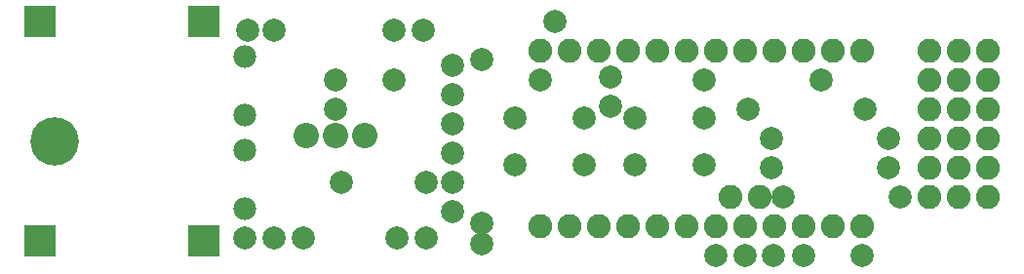
<source format=gts>
G04 ---------------------------- Layer name :TOP SOLDER LAYER*
G04 EasyEDA v5.7.26, Thu, 04 Oct 2018 12:13:59 GMT*
G04 417ad5cc9c814d239db4c0f318f8aef8*
G04 Gerber Generator version 0.2*
G04 Scale: 100 percent, Rotated: No, Reflected: No *
G04 Dimensions in millimeters *
G04 leading zeros omitted , absolute positions ,3 integer and 3 decimal *
%FSLAX33Y33*%
%MOMM*%
G90*
G71D02*

%ADD14C,2.003196*%
%ADD19C,2.203196*%
%ADD20C,2.083206*%
%ADD21C,1.981200*%
%ADD22C,2.082800*%
%ADD23R,2.743200X2.743200*%
%ADD24C,4.203192*%

%LPD*%
G54D20*
G01X65024Y7874D03*
G01X62484Y7874D03*
G54D19*
G01X30734Y13208D03*
G01X28194Y13208D03*
G01X25654Y13208D03*
G54D21*
G01X20320Y6858D03*
G01X20320Y11938D03*
G01X20320Y14986D03*
G01X20320Y20066D03*
G54D14*
G01X61214Y2794D03*
G01X66212Y2794D03*
G01X52070Y18288D03*
G01X52070Y15748D03*
G01X49784Y14732D03*
G01X43784Y14732D03*
G01X49784Y10731D03*
G01X43784Y10731D03*
G01X60198Y14732D03*
G01X54198Y14732D03*
G01X60198Y10731D03*
G01X54198Y10731D03*
G54D22*
G01X45974Y5334D03*
G01X48514Y5334D03*
G01X51054Y5334D03*
G01X53594Y5334D03*
G01X56134Y5334D03*
G01X58674Y5334D03*
G01X61214Y5334D03*
G01X63754Y5334D03*
G01X66294Y5334D03*
G01X68834Y5334D03*
G01X71374Y5334D03*
G01X73914Y5334D03*
G01X73914Y20574D03*
G01X71374Y20574D03*
G01X68834Y20574D03*
G01X66294Y20574D03*
G01X63754Y20574D03*
G01X61214Y20574D03*
G01X58674Y20574D03*
G01X56134Y20574D03*
G01X53594Y20574D03*
G01X51054Y20574D03*
G01X48514Y20574D03*
G01X45974Y20574D03*
G54D14*
G01X60198Y18034D03*
G01X70358Y18034D03*
G01X64008Y15494D03*
G01X74168Y15494D03*
G01X66040Y12954D03*
G01X76200Y12954D03*
G01X66040Y10414D03*
G01X76200Y10414D03*
G01X67056Y7874D03*
G01X77216Y7874D03*
G01X63754Y2794D03*
G01X73914Y2794D03*
G54D22*
G01X79756Y20574D03*
G01X82296Y20574D03*
G01X84836Y20574D03*
G01X79756Y18034D03*
G01X82296Y18034D03*
G01X84836Y18034D03*
G01X79756Y15494D03*
G01X82296Y15494D03*
G01X84836Y15494D03*
G01X79756Y12954D03*
G01X82296Y12954D03*
G01X84836Y12954D03*
G01X79756Y10414D03*
G01X82296Y10414D03*
G01X84836Y10414D03*
G01X79756Y7874D03*
G01X82296Y7874D03*
G01X84836Y7874D03*
G54D14*
G01X20574Y22352D03*
G01X22860Y22352D03*
G01X33274Y22352D03*
G01X35814Y22352D03*
G01X20320Y4318D03*
G01X22860Y4318D03*
G01X25400Y4318D03*
G01X33528Y4318D03*
G01X36068Y4318D03*
G54D23*
G01X2540Y4064D03*
G01X16764Y4064D03*
G01X2540Y23114D03*
G01X16764Y23114D03*
G54D14*
G01X38354Y19304D03*
G01X38354Y16764D03*
G01X38354Y14224D03*
G01X38354Y11684D03*
G01X38354Y9144D03*
G01X38354Y6604D03*
G01X28702Y9144D03*
G01X36068Y9144D03*
G01X40894Y3810D03*
G01X45974Y18034D03*
G01X33274Y18034D03*
G01X68834Y2794D03*
G01X47244Y23114D03*
G01X40894Y19812D03*
G01X28194Y18034D03*
G01X28194Y15494D03*
G54D24*
G01X3810Y12700D03*
G54D14*
G01X40894Y5588D03*
M00*
M02*

</source>
